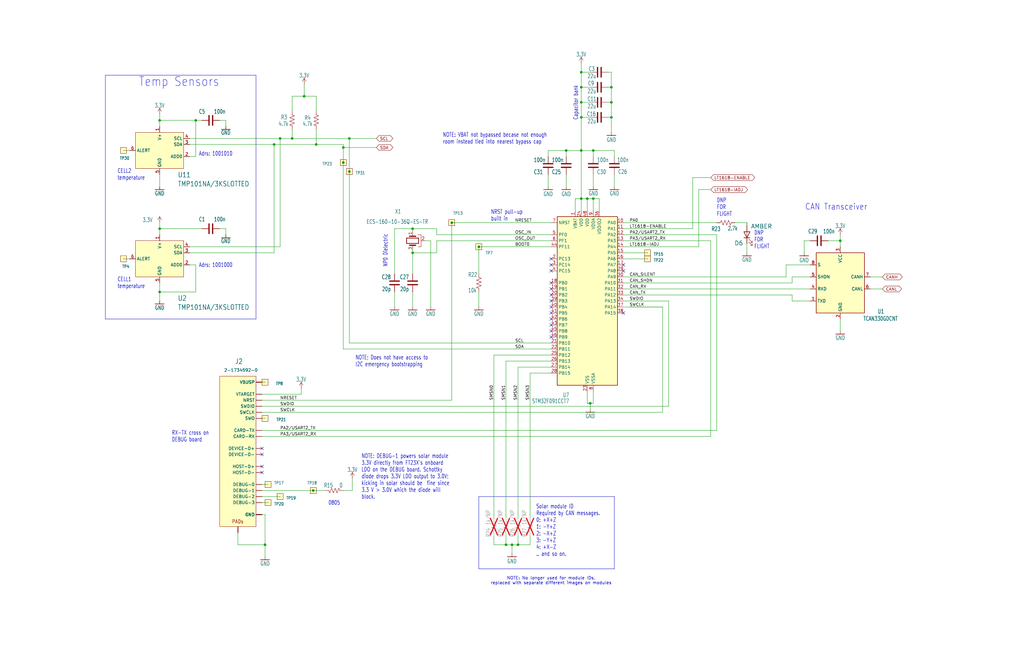
<source format=kicad_sch>
(kicad_sch (version 20231120) (generator "eeschema") (generator_version "8.0")
  (paper "USLedger")
  (title_block (title "OreSat Silicon Solar Module (for Frame 2.0)") (date "2024-08-18") (rev "1.0"))
  (lib_symbols
    (symbol "Device:C" (pin_numbers hide) (pin_names (offset 0.254))
      (property "Reference" "C" (at 0.635 2.54 0))
      (property "Value" "C" (at 0.635 -2.54 0))
      (symbol "C_1_1"
        (pin passive line (at 0 3.81 270) (length 2.794) (name "~") (number "1"))
        (pin passive line (at 0 -3.81 90) (length 2.794) (name "~") (number "2"))
      )
    )
    (symbol "Device:Crystal_GND2" (pin_names (offset 1.016) hide)
      (property "Reference" "Y" (at 0 5.715 0))
      (property "Value" "Crystal_GND2" (at 0 3.81 0))
      (symbol "Crystal_GND2_1_1"
        (pin passive line (at -3.81 0 0) (length 1.27) (name "1") (number "1"))
        (pin passive line (at 0 -5.08 90) (length 1.27) (name "2") (number "2"))
        (pin passive line (at 3.81 0 180) (length 1.27) (name "3") (number "3"))
      )
    )
    (symbol "Device:LED" (pin_numbers hide) (pin_names (offset 1.016) hide)
      (property "Reference" "D" (at 0 2.54 0))
      (property "Value" "LED" (at 0 -2.54 0))
      (symbol "LED_1_1"
        (pin passive line (at -3.81 0 0) (length 2.54) (name "K") (number "1"))
        (pin passive line (at 3.81 0 180) (length 2.54) (name "A") (number "2"))
      )
    )
    (symbol "Device:R_US" (pin_numbers hide) (pin_names (offset 0))
      (property "Reference" "R" (at 2.54 0 90))
      (property "Value" "R_US" (at -2.54 0 90))
      (symbol "R_US_1_1"
        (pin passive line (at 0 3.81 270) (length 1.27) (name "~") (number "1"))
        (pin passive line (at 0 -3.81 90) (length 1.27) (name "~") (number "2"))
      )
    )
    (symbol "MCU_ST_STM32F0:STM32F091CCUx"
      (property "Reference" "U" (at -12.7 36.83 0))
      (property "Value" "STM32F091CCUx" (at 7.62 36.83 0))
      (symbol "STM32F091CCUx_1_1"
        (pin power_in line (at -5.08 38.1 270) (length 2.54) (name "VBAT") (number "1"))
        (pin bidirectional line (at 15.24 33.02 180) (length 2.54) (name "PA0") (number "10"))
        (pin bidirectional line (at 15.24 30.48 180) (length 2.54) (name "PA1") (number "11"))
        (pin bidirectional line (at 15.24 27.94 180) (length 2.54) (name "PA2") (number "12"))
        (pin bidirectional line (at 15.24 25.4 180) (length 2.54) (name "PA3") (number "13"))
        (pin bidirectional line (at 15.24 22.86 180) (length 2.54) (name "PA4") (number "14"))
        (pin bidirectional line (at 15.24 20.32 180) (length 2.54) (name "PA5") (number "15"))
        (pin bidirectional line (at 15.24 17.78 180) (length 2.54) (name "PA6") (number "16"))
        (pin bidirectional line (at 15.24 15.24 180) (length 2.54) (name "PA7") (number "17"))
        (pin bidirectional line (at -15.24 7.62 0) (length 2.54) (name "PB0") (number "18"))
        (pin bidirectional line (at -15.24 5.08 0) (length 2.54) (name "PB1") (number "19"))
        (pin bidirectional line (at -15.24 17.78 0) (length 2.54) (name "PC13") (number "2"))
        (pin bidirectional line (at -15.24 2.54 0) (length 2.54) (name "PB2") (number "20"))
        (pin bidirectional line (at -15.24 -17.78 0) (length 2.54) (name "PB10") (number "21"))
        (pin bidirectional line (at -15.24 -20.32 0) (length 2.54) (name "PB11") (number "22"))
        (pin power_in line (at 0 -38.1 90) (length 2.54) (name "VSS") (number "23"))
        (pin power_in line (at -2.54 38.1 270) (length 2.54) (name "VDD") (number "24"))
        (pin bidirectional line (at -15.24 -22.86 0) (length 2.54) (name "PB12") (number "25"))
        (pin bidirectional line (at -15.24 -25.4 0) (length 2.54) (name "PB13") (number "26"))
        (pin bidirectional line (at -15.24 -27.94 0) (length 2.54) (name "PB14") (number "27"))
        (pin bidirectional line (at -15.24 -30.48 0) (length 2.54) (name "PB15") (number "28"))
        (pin bidirectional line (at 15.24 12.7 180) (length 2.54) (name "PA8") (number "29"))
        (pin bidirectional line (at -15.24 15.24 0) (length 2.54) (name "PC14") (number "3"))
        (pin bidirectional line (at 15.24 10.16 180) (length 2.54) (name "PA9") (number "30"))
        (pin bidirectional line (at 15.24 7.62 180) (length 2.54) (name "PA10") (number "31"))
        (pin bidirectional line (at 15.24 5.08 180) (length 2.54) (name "PA11") (number "32"))
        (pin bidirectional line (at 15.24 2.54 180) (length 2.54) (name "PA12") (number "33"))
        (pin bidirectional line (at 15.24 0 180) (length 2.54) (name "PA13") (number "34"))
        (pin passive line (at 0 -38.1 90) (length 2.54) hide (name "VSS") (number "35"))
        (pin power_in line (at 5.08 38.1 270) (length 2.54) (name "VDDIO2") (number "36"))
        (pin bidirectional line (at 15.24 -2.54 180) (length 2.54) (name "PA14") (number "37"))
        (pin bidirectional line (at 15.24 -5.08 180) (length 2.54) (name "PA15") (number "38"))
        (pin bidirectional line (at -15.24 0 0) (length 2.54) (name "PB3") (number "39"))
        (pin bidirectional line (at -15.24 12.7 0) (length 2.54) (name "PC15") (number "4"))
        (pin bidirectional line (at -15.24 -2.54 0) (length 2.54) (name "PB4") (number "40"))
        (pin bidirectional line (at -15.24 -5.08 0) (length 2.54) (name "PB5") (number "41"))
        (pin bidirectional line (at -15.24 -7.62 0) (length 2.54) (name "PB6") (number "42"))
        (pin bidirectional line (at -15.24 -10.16 0) (length 2.54) (name "PB7") (number "43"))
        (pin bidirectional line (at -15.24 22.86 0) (length 2.54) (name "PF11") (number "44"))
        (pin bidirectional line (at -15.24 -12.7 0) (length 2.54) (name "PB8") (number "45"))
        (pin bidirectional line (at -15.24 -15.24 0) (length 2.54) (name "PB9") (number "46"))
        (pin passive line (at 0 -38.1 90) (length 2.54) hide (name "VSS") (number "47"))
        (pin power_in line (at 0 38.1 270) (length 2.54) (name "VDD") (number "48"))
        (pin passive line (at 0 -38.1 90) (length 2.54) hide (name "VSS") (number "49"))
        (pin bidirectional line (at -15.24 27.94 0) (length 2.54) (name "PF0") (number "5"))
        (pin bidirectional line (at -15.24 25.4 0) (length 2.54) (name "PF1") (number "6"))
        (pin input line (at -15.24 33.02 0) (length 2.54) (name "NRST") (number "7"))
        (pin power_in line (at 2.54 -38.1 90) (length 2.54) (name "VSSA") (number "8"))
        (pin power_in line (at 2.54 38.1 270) (length 2.54) (name "VDDA") (number "9"))
      )
    )
    (symbol "oresat-connectors:J-TE-2-1734592-0"
      (property "Reference" "J" (at 0 35.56 0))
      (property "Value" "2-1734592-0" (at 0 33.02 0))
      (symbol "J-TE-2-1734592-0_1_0"
        (text "PADs" (at -2.54 -31.75 0) (effects (font (size 1.524 1.2954)) (justify left bottom)))
        (pin passive line (at 10.16 27.94 180) (length 2.54) (name "VBUSP") (number "1"))
        (pin passive line (at 10.16 20.32 180) (length 2.54) (name "NRST") (number "10"))
        (pin passive line (at 10.16 22.86 180) (length 2.54) (name "VTARGET") (number "11"))
        (pin passive line (at 10.16 5.08 180) (length 2.54) (name "CARD-RX") (number "12"))
        (pin passive line (at 10.16 7.62 180) (length 2.54) (name "CARD-TX") (number "13"))
        (pin passive line (at 10.16 17.78 180) (length 2.54) (name "SWDIO") (number "14"))
        (pin passive line (at 10.16 15.24 180) (length 2.54) (name "SWCLK") (number "15"))
        (pin passive line (at 10.16 12.7 180) (length 2.54) (name "SWO") (number "16"))
        (pin passive line (at 10.16 -15.24 180) (length 2.54) (name "DEBUG-0") (number "17"))
        (pin passive line (at 10.16 -17.78 180) (length 2.54) (name "DEBUG-1") (number "18"))
        (pin passive line (at 10.16 -20.32 180) (length 2.54) (name "DEBUG-2") (number "19"))
        (pin passive line (at 10.16 27.94 180) (length 2.54) (name "VBUSP") (number "2"))
        (pin passive line (at 10.16 -22.86 180) (length 2.54) (name "DEBUG-3") (number "20"))
        (pin passive line (at 10.16 -27.94 180) (length 2.54) (name "GND") (number "3"))
        (pin passive line (at 10.16 0 180) (length 2.54) (name "DEVICE-D+") (number "4"))
        (pin passive line (at 10.16 -2.54 180) (length 2.54) (name "DEVICE-D-") (number "5"))
        (pin passive line (at 10.16 -27.94 180) (length 2.54) (name "GND") (number "6"))
        (pin passive line (at 10.16 -7.62 180) (length 2.54) (name "HOST-D+") (number "7"))
        (pin passive line (at 10.16 -10.16 180) (length 2.54) (name "HOST-D-") (number "8"))
        (pin passive line (at 10.16 -27.94 180) (length 2.54) (name "GND") (number "9"))
        (pin passive line (at 0 -35.56 90) (length 2.54) (name "PAD") (number "PAD1"))
        (pin passive line (at 0 -35.56 90) (length 2.54) (name "PAD") (number "PAD2"))
      )
    )
    (symbol "oresat-ics:TCAN330"
      (property "Reference" "U11" (at -3.81 -15.24 0))
      (property "Value" "TCAN330" (at -3.81 -17.78 0))
      (symbol "TCAN330_1_0"
        (pin input line (at -12.7 -7.62 0) (length 2.54) (name "TXD") (number "1"))
        (pin power_in line (at 0 -15.24 90) (length 2.54) (name "GND") (number "2"))
        (pin power_in line (at 0 15.24 270) (length 2.54) (name "VCC") (number "3"))
        (pin output line (at -12.7 -2.54 0) (length 2.54) (name "RXD") (number "4"))
        (pin input line (at -12.7 2.54 0) (length 2.54) (name "SHDN") (number "5"))
        (pin bidirectional line (at 12.7 -2.54 180) (length 2.54) (name "CANL") (number "6"))
        (pin bidirectional line (at 12.7 2.54 180) (length 2.54) (name "CANH") (number "7"))
        (pin input line (at -12.7 7.62 0) (length 2.54) (name "S") (number "8"))
      )
    )
    (symbol "oresat-ics:TMP101NA"
      (property "Reference" "U" (at 2.54 -10.16 0))
      (symbol "TMP101NA_1_0"
        (pin power_in line (at 0 10.16 270) (length 2.54) (name "V+") (number "1"))
        (pin input line (at -12.7 -2.54 0) (length 2.54) (name "ADD0") (number "2"))
        (pin open_collector line (at -12.7 2.54 0) (length 2.54) (name "SDA") (number "3"))
        (pin input line (at -12.7 5.08 0) (length 2.54) (name "SCL") (number "4"))
        (pin power_in line (at 0 -10.16 90) (length 2.54) (name "GND") (number "5"))
        (pin output line (at 12.7 0 180) (length 2.54) (name "ALERT") (number "6"))
      )
    )
    (symbol "oresat-misc:Test-Point-0.75mm-th" (exclude_from_sim yes) (in_bom no)
      (property "Reference" "TP" (at 0 2.54 0))
      (symbol "Test-Point-0.75mm-th_1_0"
        (pin passive line (at 0 0 0) (length 0) (name "1") (number "1"))
      )
    )
    (symbol "oresat-power:3.3V" (power) (pin_names (offset 0))
      (property "Value" "3.3V" (at 0 3.556 0))
      (symbol "3.3V_1_1"
        (pin power_in line (at 0 0 90) (length 0) hide (name "3.3V") (number "1"))
      )
    )
    (symbol "oresat-power:GND" (power) (pin_numbers hide) (pin_names (offset 0) hide)
      (property "Value" "GND" (at 0 -2.54 0))
      (symbol "GND_1_1"
        (pin power_in line (at 0 0 270) (length 1.27) (name "GND") (number "1"))
      )
    )
  )
  (junction (at 257.81 43.18))
  (junction (at 144.78 68.58))
  (junction (at 147.32 58.42))
  (junction (at 248.92 170.18))
  (junction (at 147.32 72.39))
  (junction (at 250.19 63.5))
  (junction (at 257.81 49.53))
  (junction (at 354.33 101.6))
  (junction (at 245.11 49.53))
  (junction (at 213.36 229.87))
  (junction (at 118.11 58.42))
  (junction (at 215.9 229.87))
  (junction (at 245.11 36.83))
  (junction (at 245.11 63.5))
  (junction (at 173.99 96.52))
  (junction (at 247.65 83.82))
  (junction (at 111.76 229.87))
  (junction (at 173.99 106.68))
  (junction (at 245.11 83.82))
  (junction (at 201.93 104.14))
  (junction (at 128.27 40.64))
  (junction (at 123.19 58.42))
  (junction (at 144.78 62.23))
  (junction (at 250.19 83.82))
  (junction (at 245.11 43.18))
  (junction (at 67.31 50.8))
  (junction (at 132.08 207.01))
  (junction (at 67.31 123.19))
  (junction (at 67.31 96.52))
  (junction (at 190.5 93.98))
  (junction (at 115.57 60.96))
  (junction (at 82.55 50.8))
  (junction (at 133.35 60.96))
  (junction (at 238.76 63.5))
  (junction (at 218.44 229.87))
  (junction (at 245.11 30.48))
  (junction (at 257.81 36.83))
  (no_connect (at 110.49 199.39))
  (no_connect (at 262.89 111.76))
  (no_connect (at 232.41 139.7))
  (no_connect (at 232.41 124.46))
  (no_connect (at 262.89 114.3))
  (no_connect (at 110.49 189.23))
  (no_connect (at 232.41 129.54))
  (no_connect (at 232.41 127))
  (no_connect (at 232.41 109.22))
  (no_connect (at 110.49 191.77))
  (no_connect (at 232.41 134.62))
  (no_connect (at 232.41 137.16))
  (no_connect (at 232.41 111.76))
  (no_connect (at 232.41 132.08))
  (no_connect (at 262.89 132.08))
  (no_connect (at 232.41 119.38))
  (no_connect (at 110.49 196.85))
  (no_connect (at 232.41 121.92))
  (no_connect (at 232.41 114.3))
  (no_connect (at 232.41 142.24))
  (wire (pts (xy 144.78 68.58) (xy 144.78 62.23)) (stroke (width 0.1524)))
  (wire (pts (xy 256.54 49.53) (xy 257.81 49.53)) (stroke (width 0.1524)))
  (wire (pts (xy 334.01 124.46) (xy 334.01 127)) (stroke (width 0.1524)))
  (wire (pts (xy 354.33 101.6) (xy 349.25 101.6)) (stroke (width 0.1524)))
  (wire (pts (xy 166.37 115.57) (xy 166.37 96.52)) (stroke (width 0.1524)))
  (wire (pts (xy 190.5 168.91) (xy 110.49 168.91)) (stroke (width 0.1524)))
  (wire (pts (xy 314.96 93.98) (xy 314.96 95.25)) (stroke (width 0.1524)))
  (wire (pts (xy 245.11 26.67) (xy 245.11 30.48)) (stroke (width 0.1524)))
  (wire (pts (xy 339.09 104.14) (xy 339.09 106.68)))
  (wire (pts (xy 201.93 123.19) (xy 201.93 124.46)))
  (wire (pts (xy 367.03 121.92) (xy 372.11 121.92)) (stroke (width 0.1524)))
  (wire (pts (xy 218.44 154.94) (xy 232.41 154.94)) (stroke (width 0.1524)))
  (wire (pts (xy 245.11 63.5) (xy 250.19 63.5)) (stroke (width 0.1524)))
  (wire (pts (xy 67.31 76.2) (xy 67.31 78.74)))
  (wire (pts (xy 314.96 105.41) (xy 314.96 106.68)))
  (wire (pts (xy 133.35 60.96) (xy 144.78 60.96)) (stroke (width 0.1524)))
  (wire (pts (xy 123.19 54.61) (xy 123.19 55.88)))
  (wire (pts (xy 166.37 127) (xy 166.37 129.54)))
  (wire (pts (xy 144.78 147.32) (xy 232.41 147.32)) (stroke (width 0.1524)))
  (wire (pts (xy 259.08 76.2) (xy 259.08 78.74)))
  (wire (pts (xy 184.15 99.06) (xy 232.41 99.06)) (stroke (width 0.1524)))
  (wire (pts (xy 111.76 232.41) (xy 111.76 234.95)))
  (wire (pts (xy 92.71 50.8) (xy 95.25 50.8)) (stroke (width 0.1524)))
  (wire (pts (xy 245.11 83.82) (xy 245.11 88.9)))
  (wire (pts (xy 95.25 96.52) (xy 95.25 99.06)) (stroke (width 0.1524)))
  (wire (pts (xy 265.43 129.54) (xy 279.4 129.54)) (stroke (width 0.1524)))
  (wire (pts (xy 92.71 96.52) (xy 95.25 96.52)) (stroke (width 0.1524)))
  (wire (pts (xy 231.14 73.66) (xy 231.14 76.2)) (stroke (width 0.1524)))
  (wire (pts (xy 262.89 116.84) (xy 331.47 116.84)) (stroke (width 0.1524)))
  (wire (pts (xy 173.99 96.52) (xy 184.15 96.52)) (stroke (width 0.1524)))
  (wire (pts (xy 110.49 166.37) (xy 127 166.37)) (stroke (width 0.1524)))
  (wire (pts (xy 111.76 229.87) (xy 111.76 232.41)) (stroke (width 0.1524)))
  (wire (pts (xy 354.33 104.14) (xy 354.33 101.6)) (stroke (width 0.1524)))
  (wire (pts (xy 123.19 55.88) (xy 123.19 58.42)) (stroke (width 0.1524)))
  (wire (pts (xy 292.1 74.93) (xy 299.72 74.93)) (stroke (width 0.1524)))
  (wire (pts (xy 144.78 62.23) (xy 144.78 60.96)) (stroke (width 0.1524)))
  (wire (pts (xy 100.33 229.87) (xy 111.76 229.87)) (stroke (width 0.1524)))
  (wire (pts (xy 208.28 217.17) (xy 208.28 218.44)))
  (wire (pts (xy 257.81 53.34) (xy 257.81 49.53)) (stroke (width 0.1524)))
  (wire (pts (xy 118.11 58.42) (xy 80.01 58.42)) (stroke (width 0.1524)))
  (wire (pts (xy 184.15 101.6) (xy 232.41 101.6)) (stroke (width 0.1524)))
  (wire (pts (xy 110.49 204.47) (xy 113.03 204.47)) (stroke (width 0.1524)))
  (wire (pts (xy 231.14 63.5) (xy 238.76 63.5)) (stroke (width 0.1524)))
  (wire (pts (xy 248.92 36.83) (xy 245.11 36.83)) (stroke (width 0.1524)))
  (wire (pts (xy 294.64 80.01) (xy 299.72 80.01)) (stroke (width 0.1524)))
  (wire (pts (xy 118.11 104.14) (xy 80.01 104.14)) (stroke (width 0.1524)))
  (wire (pts (xy 95.25 50.8) (xy 95.25 53.34)))
  (wire (pts (xy 262.89 99.06) (xy 302.26 99.06)) (stroke (width 0.1524)))
  (wire (pts (xy 238.76 76.2) (xy 238.76 78.74)))
  (wire (pts (xy 113.03 212.09) (xy 110.49 212.09)) (stroke (width 0.1524)))
  (wire (pts (xy 100.33 224.79) (xy 100.33 229.87)) (stroke (width 0.1524)))
  (wire (pts (xy 334.01 127) (xy 341.63 127)) (stroke (width 0.1524)))
  (wire (pts (xy 52.07 109.22) (xy 54.61 109.22)) (stroke (width 0.1524)))
  (wire (pts (xy 247.65 170.18) (xy 248.92 170.18)) (stroke (width 0.1524)))
  (wire (pts (xy 181.61 101.6) (xy 179.07 101.6)) (stroke (width 0.1524)))
  (wire (pts (xy 110.49 217.17) (xy 111.76 217.17)) (stroke (width 0.1524)))
  (wire (pts (xy 339.09 101.6) (xy 339.09 104.14)) (stroke (width 0.1524)))
  (wire (pts (xy 213.36 229.87) (xy 215.9 229.87)) (stroke (width 0.1524)))
  (wire (pts (xy 67.31 50.8) (xy 82.55 50.8)) (stroke (width 0.1524)))
  (wire (pts (xy 245.11 83.82) (xy 247.65 83.82)))
  (wire (pts (xy 247.65 165.1) (xy 247.65 170.18)) (stroke (width 0.1524)))
  (wire (pts (xy 250.19 73.66) (xy 250.19 76.2)) (stroke (width 0.1524)))
  (wire (pts (xy 190.5 93.98) (xy 190.5 168.91)))
  (wire (pts (xy 341.63 101.6) (xy 339.09 101.6)) (stroke (width 0.1524)))
  (wire (pts (xy 173.99 127) (xy 173.99 123.19)) (stroke (width 0.1524)))
  (wire (pts (xy 302.26 181.61) (xy 110.49 181.61)) (stroke (width 0.1524)))
  (wire (pts (xy 262.89 101.6) (xy 299.72 101.6)) (stroke (width 0.1524)))
  (wire (pts (xy 173.99 127) (xy 173.99 129.54)))
  (wire (pts (xy 257.81 30.48) (xy 256.54 30.48)) (stroke (width 0.1524)))
  (wire (pts (xy 231.14 66.04) (xy 231.14 63.5)) (stroke (width 0.1524)))
  (wire (pts (xy 118.11 58.42) (xy 123.19 58.42)) (stroke (width 0.1524)))
  (wire (pts (xy 299.72 184.15) (xy 110.49 184.15)) (stroke (width 0.1524)))
  (wire (pts (xy 82.55 111.76) (xy 82.55 123.19)) (stroke (width 0.1524)))
  (wire (pts (xy 314.96 102.87) (xy 314.96 105.41)) (stroke (width 0.1524)))
  (wire (pts (xy 123.19 40.64) (xy 123.19 46.99)) (stroke (width 0.1524)))
  (wire (pts (xy 279.4 173.99) (xy 110.49 173.99)) (stroke (width 0.1524)))
  (wire (pts (xy 147.32 58.42) (xy 158.75 58.42)) (stroke (width 0.1524)))
  (wire (pts (xy 128.27 40.64) (xy 123.19 40.64)) (stroke (width 0.1524)))
  (wire (pts (xy 262.89 106.68) (xy 273.05 106.68)) (stroke (width 0.1524)))
  (wire (pts (xy 52.07 63.5) (xy 54.61 63.5)) (stroke (width 0.1524)))
  (wire (pts (xy 354.33 137.16) (xy 354.33 134.62)) (stroke (width 0.1524)))
  (wire (pts (xy 354.33 101.6) (xy 354.33 99.06)) (stroke (width 0.1524)))
  (wire (pts (xy 257.81 36.83) (xy 257.81 30.48)) (stroke (width 0.1524)))
  (wire (pts (xy 223.52 157.48) (xy 223.52 217.17)) (stroke (width 0.1524)))
  (wire (pts (xy 123.19 58.42) (xy 147.32 58.42)) (stroke (width 0.1524)))
  (wire (pts (xy 82.55 66.04) (xy 82.55 50.8)) (stroke (width 0.1524)))
  (wire (pts (xy 279.4 173.99) (xy 279.4 129.54)) (stroke (width 0.1524)))
  (wire (pts (xy 262.89 124.46) (xy 334.01 124.46)) (stroke (width 0.1524)))
  (wire (pts (xy 67.31 124.46) (xy 67.31 123.19)) (stroke (width 0.1524)))
  (wire (pts (xy 334.01 116.84) (xy 334.01 119.38)) (stroke (width 0.1524)))
  (wire (pts (xy 331.47 111.76) (xy 331.47 116.84)) (stroke (width 0.1524)))
  (wire (pts (xy 250.19 83.82) (xy 250.19 86.36)) (stroke (width 0.1524)))
  (wire (pts (xy 67.31 96.52) (xy 67.31 99.06)) (stroke (width 0.1524)))
  (wire (pts (xy 82.55 123.19) (xy 67.31 123.19)) (stroke (width 0.1524)))
  (wire (pts (xy 173.99 106.68) (xy 184.15 106.68)) (stroke (width 0.1524)))
  (wire (pts (xy 250.19 86.36) (xy 250.19 88.9)))
  (wire (pts (xy 215.9 229.87) (xy 215.9 231.14)) (stroke (width 0.1524)))
  (wire (pts (xy 144.78 207.01) (xy 148.59 207.01)) (stroke (width 0.1524)))
  (wire (pts (xy 262.89 109.22) (xy 273.05 109.22)) (stroke (width 0.1524)))
  (wire (pts (xy 115.57 106.68) (xy 80.01 106.68)) (stroke (width 0.1524)))
  (wire (pts (xy 259.08 76.2) (xy 259.08 73.66)) (stroke (width 0.1524)))
  (wire (pts (xy 111.76 217.17) (xy 111.76 229.87)) (stroke (width 0.1524)))
  (wire (pts (xy 201.93 104.14) (xy 232.41 104.14)) (stroke (width 0.1524)))
  (wire (pts (xy 248.92 49.53) (xy 245.11 49.53)) (stroke (width 0.1524)))
  (wire (pts (xy 144.78 147.32) (xy 144.78 68.58)) (stroke (width 0.1524)))
  (polyline (pts (xy 201.93 240.03) (xy 259.08 240.03)) (stroke (width 0.1524) (type solid)))
  (wire (pts (xy 158.75 62.23) (xy 144.78 62.23)) (stroke (width 0.1524)))
  (wire (pts (xy 314.96 95.25) (xy 314.96 93.98)))
  (wire (pts (xy 173.99 96.52) (xy 173.99 97.79)) (stroke (width 0.1524)))
  (wire (pts (xy 147.32 144.78) (xy 147.32 72.39)) (stroke (width 0.1524)))
  (wire (pts (xy 250.19 76.2) (xy 250.19 78.74)))
  (wire (pts (xy 294.64 80.01) (xy 294.64 104.14)) (stroke (width 0.1524)))
  (wire (pts (xy 201.93 127) (xy 201.93 129.54)))
  (wire (pts (xy 181.61 127) (xy 181.61 101.6)) (stroke (width 0.1524)))
  (wire (pts (xy 133.35 40.64) (xy 133.35 46.99)) (stroke (width 0.1524)))
  (wire (pts (xy 80.01 111.76) (xy 82.55 111.76)) (stroke (width 0.1524)))
  (wire (pts (xy 147.32 144.78) (xy 232.41 144.78)) (stroke (width 0.1524)))
  (wire (pts (xy 223.52 217.17) (xy 223.52 218.44)))
  (wire (pts (xy 238.76 66.04) (xy 238.76 63.5)) (stroke (width 0.1524)))
  (wire (pts (xy 309.88 93.98) (xy 311.15 93.98)))
  (wire (pts (xy 80.01 66.04) (xy 82.55 66.04)) (stroke (width 0.1524)))
  (wire (pts (xy 245.11 43.18) (xy 245.11 36.83)) (stroke (width 0.1524)))
  (wire (pts (xy 173.99 106.68) (xy 173.99 115.57)) (stroke (width 0.1524)))
  (wire (pts (xy 259.08 63.5) (xy 259.08 66.04)) (stroke (width 0.1524)))
  (wire (pts (xy 245.11 63.5) (xy 245.11 83.82)))
  (wire (pts (xy 181.61 127) (xy 181.61 129.54)))
  (wire (pts (xy 245.11 49.53) (xy 245.11 43.18)) (stroke (width 0.1524)))
  (wire (pts (xy 250.19 63.5) (xy 259.08 63.5)) (stroke (width 0.1524)))
  (wire (pts (xy 201.93 124.46) (xy 201.93 127)) (stroke (width 0.1524)))
  (wire (pts (xy 213.36 152.4) (xy 232.41 152.4)) (stroke (width 0.1524)))
  (wire (pts (xy 67.31 123.19) (xy 67.31 119.38)) (stroke (width 0.1524)))
  (wire (pts (xy 331.47 111.76) (xy 341.63 111.76)) (stroke (width 0.1524)))
  (wire (pts (xy 238.76 63.5) (xy 245.11 63.5)) (stroke (width 0.1524)))
  (wire (pts (xy 201.93 115.57) (xy 201.93 104.14)) (stroke (width 0.1524)))
  (wire (pts (xy 262.89 121.92) (xy 341.63 121.92)))
  (wire (pts (xy 262.89 119.38) (xy 334.01 119.38)) (stroke (width 0.1524)))
  (wire (pts (xy 111.76 176.53) (xy 110.49 176.53)) (stroke (width 0.1524)))
  (wire (pts (xy 231.14 76.2) (xy 231.14 78.74)))
  (wire (pts (xy 367.03 116.84) (xy 372.11 116.84)) (stroke (width 0.1524)))
  (wire (pts (xy 213.36 229.87) (xy 208.28 229.87)) (stroke (width 0.1524)))
  (wire (pts (xy 184.15 101.6) (xy 184.15 106.68)) (stroke (width 0.1524)))
  (wire (pts (xy 133.35 55.88) (xy 133.35 60.96)) (stroke (width 0.1524)))
  (wire (pts (xy 67.31 96.52) (xy 85.09 96.52)) (stroke (width 0.1524)))
  (wire (pts (xy 262.89 127) (xy 281.94 127)) (stroke (width 0.1524)))
  (wire (pts (xy 242.57 83.82) (xy 245.11 83.82)))
  (wire (pts (xy 262.89 129.54) (xy 279.4 129.54)))
  (wire (pts (xy 245.11 49.53) (xy 245.11 63.5)) (stroke (width 0.1524)))
  (wire (pts (xy 166.37 96.52) (xy 173.99 96.52)) (stroke (width 0.1524)))
  (wire (pts (xy 67.31 48.26) (xy 67.31 50.8)) (stroke (width 0.1524)))
  (polyline (pts (xy 107.95 31.75) (xy 44.45 31.75)) (stroke (width 0.1524) (type solid)))
  (wire (pts (xy 245.11 36.83) (xy 245.11 30.48)) (stroke (width 0.1524)))
  (wire (pts (xy 248.92 170.18) (xy 250.19 170.18)) (stroke (width 0.1524)))
  (wire (pts (xy 133.35 40.64) (xy 128.27 40.64)) (stroke (width 0.1524)))
  (wire (pts (xy 311.15 93.98) (xy 314.96 93.98)) (stroke (width 0.1524)))
  (wire (pts (xy 250.19 66.04) (xy 250.19 63.5)) (stroke (width 0.1524)))
  (wire (pts (xy 132.08 207.01) (xy 137.16 207.01)) (stroke (width 0.1524)))
  (wire (pts (xy 248.92 43.18) (xy 245.11 43.18)) (stroke (width 0.1524)))
  (wire (pts (xy 218.44 226.06) (xy 218.44 229.87)) (stroke (width 0.1524)))
  (wire (pts (xy 166.37 127) (xy 166.37 123.19)) (stroke (width 0.1524)))
  (wire (pts (xy 110.49 209.55) (xy 118.11 209.55)) (stroke (width 0.1524)))
  (wire (pts (xy 208.28 149.86) (xy 232.41 149.86)) (stroke (width 0.1524)))
  (polyline (pts (xy 259.08 209.55) (xy 201.93 209.55)) (stroke (width 0.1524) (type solid)))
  (wire (pts (xy 281.94 171.45) (xy 281.94 127)) (stroke (width 0.1524)))
  (wire (pts (xy 302.26 99.06) (xy 302.26 181.61)) (stroke (width 0.1524)))
  (wire (pts (xy 292.1 96.52) (xy 292.1 74.93)) (stroke (width 0.1524)))
  (polyline (pts (xy 107.95 31.75) (xy 107.95 134.62)) (stroke (width 0.1524) (type solid)))
  (wire (pts (xy 257.81 53.34) (xy 257.81 55.88)))
  (wire (pts (xy 213.36 152.4) (xy 213.36 217.17)) (stroke (width 0.1524)))
  (wire (pts (xy 208.28 226.06) (xy 208.28 229.87)) (stroke (width 0.1524)))
  (wire (pts (xy 334.01 116.84) (xy 341.63 116.84)) (stroke (width 0.1524)))
  (wire (pts (xy 67.31 76.2) (xy 67.31 73.66)) (stroke (width 0.1524)))
  (wire (pts (xy 148.59 207.01) (xy 148.59 201.93)) (stroke (width 0.1524)))
  (polyline (pts (xy 201.93 209.55) (xy 201.93 240.03)) (stroke (width 0.1524) (type solid)))
  (wire (pts (xy 132.08 207.01) (xy 110.49 207.01)) (stroke (width 0.1524)))
  (wire (pts (xy 127 166.37) (xy 127 163.83)) (stroke (width 0.1524)))
  (wire (pts (xy 184.15 99.06) (xy 184.15 96.52)) (stroke (width 0.1524)))
  (wire (pts (xy 67.31 50.8) (xy 67.31 53.34)) (stroke (width 0.1524)))
  (wire (pts (xy 223.52 229.87) (xy 218.44 229.87)) (stroke (width 0.1524)))
  (wire (pts (xy 67.31 93.98) (xy 67.31 96.52)) (stroke (width 0.1524)))
  (wire (pts (xy 262.89 104.14) (xy 294.64 104.14)) (stroke (width 0.1524)))
  (wire (pts (xy 147.32 72.39) (xy 147.32 58.42)) (stroke (width 0.1524)))
  (polyline (pts (xy 107.95 134.62) (xy 44.45 134.62)) (stroke (width 0.1524) (type solid)))
  (wire (pts (xy 115.57 106.68) (xy 115.57 60.96)) (stroke (width 0.1524)))
  (wire (pts (xy 118.11 104.14) (xy 118.11 58.42)) (stroke (width 0.1524)))
  (wire (pts (xy 250.19 83.82) (xy 247.65 83.82)) (stroke (width 0.1524)))
  (wire (pts (xy 133.35 54.61) (xy 133.35 55.88)))
  (wire (pts (xy 190.5 93.98) (xy 232.41 93.98)) (stroke (width 0.1524)))
  (wire (pts (xy 223.52 226.06) (xy 223.52 229.87)) (stroke (width 0.1524)))
  (wire (pts (xy 208.28 149.86) (xy 208.28 217.17)) (stroke (width 0.1524)))
  (wire (pts (xy 115.57 60.96) (xy 80.01 60.96)) (stroke (width 0.1524)))
  (wire (pts (xy 173.99 105.41) (xy 173.99 106.68)))
  (wire (pts (xy 85.09 50.8) (xy 82.55 50.8)) (stroke (width 0.1524)))
  (wire (pts (xy 213.36 226.06) (xy 213.36 229.87)) (stroke (width 0.1524)))
  (wire (pts (xy 247.65 83.82) (xy 247.65 88.9)))
  (wire (pts (xy 215.9 229.87) (xy 218.44 229.87)) (stroke (width 0.1524)))
  (wire (pts (xy 242.57 83.82) (xy 242.57 88.9)))
  (wire (pts (xy 248.92 30.48) (xy 245.11 30.48)) (stroke (width 0.1524)))
  (wire (pts (xy 354.33 137.16) (xy 354.33 139.7)))
  (wire (pts (xy 115.57 60.96) (xy 133.35 60.96)) (stroke (width 0.1524)))
  (wire (pts (xy 250.19 165.1) (xy 250.19 170.18)) (stroke (width 0.1524)))
  (wire (pts (xy 257.81 49.53) (xy 257.81 43.18)) (stroke (width 0.1524)))
  (wire (pts (xy 257.81 43.18) (xy 257.81 36.83)) (stroke (width 0.1524)))
  (wire (pts (xy 67.31 124.46) (xy 67.31 127)))
  (wire (pts (xy 252.73 83.82) (xy 252.73 88.9)))
  (wire (pts (xy 248.92 170.18) (xy 248.92 172.72)))
  (wire (pts (xy 213.36 217.17) (xy 213.36 218.44)))
  (wire (pts (xy 256.54 36.83) (xy 257.81 36.83)) (stroke (width 0.1524)))
  (wire (pts (xy 262.89 96.52) (xy 292.1 96.52)) (stroke (width 0.1524)))
  (polyline (pts (xy 44.45 31.75) (xy 44.45 134.62)) (stroke (width 0.1524) (type solid)))
  (wire (pts (xy 215.9 231.14) (xy 215.9 233.68)))
  (wire (pts (xy 299.72 101.6) (xy 299.72 184.15)) (stroke (width 0.1524)))
  (wire (pts (xy 223.52 157.48) (xy 232.41 157.48)) (stroke (width 0.1524)))
  (wire (pts (xy 110.49 161.29) (xy 111.76 161.29)) (stroke (width 0.1524)))
  (wire (pts (xy 218.44 154.94) (xy 218.44 218.44)) (stroke (width 0.1524)))
  (wire (pts (xy 262.89 93.98) (xy 302.26 93.98)) (stroke (width 0.1524)))
  (polyline (pts (xy 259.08 240.03) (xy 259.08 209.55)) (stroke (width 0.1524) (type solid)))
  (wire (pts (xy 256.54 43.18) (xy 257.81 43.18)) (stroke (width 0.1524)))
  (wire (pts (xy 128.27 35.56) (xy 128.27 40.64)) (stroke (width 0.1524)))
  (wire (pts (xy 248.92 170.18) (xy 247.65 170.18)))
  (wire (pts (xy 250.19 83.82) (xy 252.73 83.82)))
  (wire (pts (xy 238.76 76.2) (xy 238.76 73.66)) (stroke (width 0.1524)))
  (wire (pts (xy 110.49 171.45) (xy 281.94 171.45)) (stroke (width 0.1524)))
  (text "Capacitor bank" (at 243.84 50.8 90) (effects (font (size 1.778 1.27)) (justify left bottom)))
  (text "Temp Sensors" (at 58.42 36.83 0) (effects (font (size 3.81 3.2385)) (justify left bottom)))
  (text "NOTE: VBAT not bypassed becase not enough\nroom instead tied into nearest bypass cap" (at 186.69 60.96 0) (effects (font (size 1.778 1.27)) (justify left bottom)))
  (text "DNP\nFOR\nFLIGHT" (at 318.008 105.156 0) (effects (font (size 1.778 1.27)) (justify left bottom)))
  (text "NRST pull-up\nbuilt in" (at 207.01 93.472 0) (effects (font (size 1.778 1.27)) (justify left bottom)))
  (text "DNP\nFOR\nFLIGHT" (at 302.26 91.44 0) (effects (font (size 1.778 1.27)) (justify left bottom)))
  (text "NOTE: No longer used for module IDs,\nreplaced with separate different images on modules" (at 232.41 245.11 0) (effects (font (size 1.27 1.27))))
  (text "CAN Transceiver" (at 365.76 88.9 0) (effects (font (size 2.54 2.159)) (justify right bottom)))
  (text "NP0 Dielectric" (at 163.576 112.776 90) (effects (font (size 1.778 1.27)) (justify left bottom)))
  (text "NOTE: DEBUG-1 powers solar module\n3.3V directly from FT23X's onboard\nLDO on the DEBUG board. Schottky\ndiode drops 3.3V LDO output to 3.0V;\nkicking in solar should be  fine since\n3.3 V > 3.0V which the diode will\nblock." (at 152.4 210.82 0) (effects (font (size 1.778 1.27)) (justify left bottom)))
  (text "Adrs: 1001010" (at 83.82 66.04 0) (effects (font (size 1.778 1.27)) (justify left bottom)))
  (text "Adrs: 1001000" (at 83.82 113.03 0) (effects (font (size 1.778 1.27)) (justify left bottom)))
  (text "Solar module ID\nRequired by CAN messages.\n0: +X+Z\n1: -Y+Z\n2: -X+Z\n3: -Y+Z\n4: +X-Z\n.. and so on." (at 226.06 234.95 0) (effects (font (size 1.778 1.27)) (justify left bottom)))
  (text "CELL2\ntemperature" (at 49.53 76.2 0) (effects (font (size 1.778 1.27)) (justify left bottom)))
  (text "RX-TX cross on\nDEBUG board" (at 72.39 186.69 0) (effects (font (size 1.778 1.27)) (justify left bottom)))
  (text "NOTE: Does not have access to\nI2C emergency bootstrapping" (at 149.86 154.94 0) (effects (font (size 1.778 1.27)) (justify left bottom)))
  (text "CELL1\ntemperature" (at 49.53 121.92 0) (effects (font (size 1.778 1.27)) (justify left bottom)))
  (text "0805" (at 138.43 213.36 0) (effects (font (size 1.778 1.27)) (justify left bottom)))
  (label "SMSN1" (at 213.36 168.91 90) (effects (font (size 1.2446 1.2446))))
  (label "CAN_TX" (at 265.43 124.46 0) (effects (font (size 1.2446 1.2446))))
  (label "SWCLK" (at 265.43 129.54 0) (effects (font (size 1.2446 1.2446))))
  (label "SWDIO" (at 118.11 171.45 0) (effects (font (size 1.2446 1.2446))))
  (label "NRESET" (at 118.11 168.91 0) (effects (font (size 1.2446 1.2446))))
  (label "LT1618-IADJ" (at 265.43 104.14 0))
  (label "SMSN0" (at 208.28 168.91 90) (effects (font (size 1.2446 1.2446))))
  (label "LT1618-ENABLE" (at 265.43 96.52 0))
  (label "SMSN2" (at 218.44 168.91 90) (effects (font (size 1.2446 1.2446))))
  (label "BOOT0" (at 217.17 104.14 0) (effects (font (size 1.2446 1.2446))))
  (label "OSC_OUT" (at 217.17 101.6 0))
  (label "PA2/USART2_TX" (at 265.43 99.06 0) (effects (font (size 1.2446 1.2446))))
  (label "SDA" (at 217.17 147.32 0))
  (label "OSC_IN" (at 217.17 99.06 0))
  (label "CAN_SILENT" (at 265.43 116.84 0) (effects (font (size 1.2446 1.2446))))
  (label "NRESET" (at 217.17 93.98 0) (effects (font (size 1.2446 1.2446))))
  (label "PA3/USART2_RX" (at 118.11 184.15 0) (effects (font (size 1.2446 1.2446))))
  (label "CAN_RX" (at 265.43 121.92 0) (effects (font (size 1.2446 1.2446))))
  (label "PA0" (at 265.43 93.98 0) (effects (font (size 1.2446 1.2446))))
  (label "SWDIO" (at 265.43 127 0) (effects (font (size 1.2446 1.2446))))
  (label "CAN_SHDN" (at 265.43 119.38 0) (effects (font (size 1.2446 1.2446))))
  (label "SMSN3" (at 223.52 168.91 90) (effects (font (size 1.2446 1.2446))))
  (label "PA3/USART2_RX" (at 265.43 101.6 0) (effects (font (size 1.2446 1.2446))))
  (label "PA2/USART2_TX" (at 118.11 181.61 0) (effects (font (size 1.2446 1.2446))))
  (label "SWCLK" (at 118.11 173.99 0) (effects (font (size 1.2446 1.2446))))
  (label "SCL" (at 217.17 144.78 0))
  (global_label "SDA" (shape bidirectional) (at 158.75 62.23 0) (effects (font (size 1.2446 1.2446))) (property "Intersheetrefs" "${INTERSHEET_REFS}" (effects (hide yes))))
  (global_label "CANL" (shape bidirectional) (at 372.11 121.92 0) (effects (font (size 1.2446 1.2446))) (property "Intersheetrefs" "${INTERSHEET_REFS}" (effects (hide yes))))
  (global_label "LT1618-IADJ" (shape bidirectional) (at 299.72 80.01 0) (effects (font (size 1.2446 1.2446))) (property "Intersheetrefs" "${INTERSHEET_REFS}" (effects (hide yes))))
  (global_label "LT1618-ENABLE" (shape bidirectional) (at 299.72 74.93 0) (effects (font (size 1.2446 1.2446))) (property "Intersheetrefs" "${INTERSHEET_REFS}" (effects (hide yes))))
  (global_label "SCL" (shape bidirectional) (at 158.75 58.42 0) (effects (font (size 1.2446 1.2446))) (property "Intersheetrefs" "${INTERSHEET_REFS}" (effects (hide yes))))
  (global_label "CANH" (shape bidirectional) (at 372.11 116.84 0) (effects (font (size 1.2446 1.2446))) (property "Intersheetrefs" "${INTERSHEET_REFS}" (effects (hide yes))))
  (symbol (lib_id "oresat-misc:Test-Point-0.75mm-th") (at 273.05 109.22 0) (mirror x) (unit 1) (exclude_from_sim yes) (in_bom no)
    (property "Reference" "TP22" (at 275.59 110.49 0) (effects (font (size 1.27 1.0795)) (justify left top)))
    (property "Value" "TEST-POINT-LARGE-SQUARE" (effects (hide yes)))
    (property "Footprint" "oresat-misc:TestPoint-0.75mm-th" (effects (hide yes)))
    (property "Description" "0.75 mm TH test point; good for scope probes and jumpers" (effects (hide yes)))
  )
  (symbol (lib_id "oresat-power:GND") (at 215.9 233.68 0) (mirror y) (unit 1)
    (property "Reference" "#GND021" (effects (hide yes)))
    (property "Value" "GND" (at 217.932 237.744 0) (effects (font (size 1.778 1.27)) (justify left bottom)))
    (property "Description" "Power symbol creates a global label with name \"GND\" , ground" (effects (hide yes)))
  )
  (symbol (lib_id "oresat-misc:Test-Point-0.75mm-th") (at 201.93 104.14 0) (mirror y) (unit 1) (exclude_from_sim yes) (in_bom no)
    (property "Reference" "TP7" (at 204.724 107.442 0) (effects (font (size 1.27 1.0795)) (justify right bottom)))
    (property "Value" "TEST-POINT-LARGE-SQUARE" (effects (hide yes)))
    (property "Footprint" "oresat-misc:TestPoint-0.75mm-th" (effects (hide yes)))
    (property "Description" "0.75 mm TH test point; good for scope probes and jumpers" (effects (hide yes)))
  )
  (symbol (lib_id "oresat-misc:Test-Point-0.75mm-th") (at 111.76 176.53 180) (unit 1) (exclude_from_sim yes) (in_bom no)
    (property "Reference" "TP21" (at 120.65 177.8 0) (effects (font (size 1.27 1.0795)) (justify left top)))
    (property "Value" "TEST-POINT-LARGE-SQUARE" (effects (hide yes)))
    (property "Footprint" "oresat-misc:TestPoint-0.75mm-th" (effects (hide yes)))
    (property "Description" "0.75 mm TH test point; good for scope probes and jumpers" (effects (hide yes)))
  )
  (symbol (lib_id "Device:R_US") (at 133.35 50.8 180) (unit 1)
    (property "Reference" "R4" (at 131.064 48.768 0) (effects (font (size 1.778 1.27)) (justify left bottom)))
    (property "Value" "4.7k" (at 131.826 51.308 0) (effects (font (size 1.778 1.27)) (justify left bottom)))
    (property "Footprint" "oresat-passives:0603-C-NOSILK" (effects (hide yes)))
    (property "Description" "Resistor, US symbol" (effects (hide yes)))
    (property "DIS" "Digi-Key" (effects (hide yes)))
    (property "DPN" "13-RE0603FRE074K7LCT-ND" (effects (hide yes)))
    (property "MFR" "Yageo" (effects (hide yes)))
    (property "MPN" "RE0603FRE074K7L" (effects (hide yes)))
  )
  (symbol (lib_id "oresat-power:GND") (at 201.93 129.54 0) (mirror y) (unit 1)
    (property "Reference" "#GND06" (effects (hide yes)))
    (property "Value" "GND" (at 203.962 133.35 0) (effects (font (size 1.778 1.27)) (justify left bottom)))
    (property "Description" "Power symbol creates a global label with name \"GND\" , ground" (effects (hide yes)))
  )
  (symbol (lib_id "Device:R_US") (at 140.97 207.01 90) (mirror x) (unit 1)
    (property "Reference" "R15" (at 140.462 205.74 90) (effects (font (size 1.778 1.27)) (justify left bottom)))
    (property "Value" "0" (at 144.526 205.74 90) (effects (font (size 1.778 1.27)) (justify left bottom)))
    (property "Footprint" "oresat-passives:0805-C-NOSILK" (effects (hide yes)))
    (property "Description" "Resistor, US symbol" (effects (hide yes)))
    (property "DIS" "Digi-Key" (effects (hide yes)))
    (property "DPN" "RMCF0805ZT0R00CT-ND" (effects (hide yes)))
    (property "MFR" "Stackpole" (effects (hide yes)))
    (property "MPN" "RMCF0805ZT0R00" (effects (hide yes)))
  )
  (symbol (lib_id "oresat-power:GND") (at 259.08 78.74 0) (unit 1)
    (property "Reference" "#GND059" (effects (hide yes)))
    (property "Value" "GND" (at 257.048 82.55 0) (effects (font (size 1.778 1.27)) (justify left bottom)))
    (property "Description" "Power symbol creates a global label with name \"GND\" , ground" (effects (hide yes)))
  )
  (symbol (lib_id "oresat-power:3.3V") (at 67.31 48.26 0) (mirror y) (unit 1)
    (property "Reference" "#SUPPLY010" (effects (hide yes)))
    (property "Value" "3.3V" (at 67.31 45.466 0) (effects (font (size 1.778 1.27)) (justify bottom)))
    (property "Description" "Power symbol creates a global label with name \"3.3V\"" (effects (hide yes)))
  )
  (symbol (lib_id "oresat-misc:Test-Point-0.75mm-th") (at 273.05 106.68 0) (mirror x) (unit 1) (exclude_from_sim yes) (in_bom no)
    (property "Reference" "TP15" (at 275.59 107.95 0) (effects (font (size 1.27 1.0795)) (justify left top)))
    (property "Value" "TEST-POINT-LARGE-SQUARE" (effects (hide yes)))
    (property "Footprint" "oresat-misc:TestPoint-0.75mm-th" (effects (hide yes)))
    (property "Description" "0.75 mm TH test point; good for scope probes and jumpers" (effects (hide yes)))
  )
  (symbol (lib_id "oresat-power:3.3V") (at 354.33 99.06 0) (mirror y) (unit 1)
    (property "Reference" "#SUPPLY08" (effects (hide yes)))
    (property "Value" "3.3V" (at 354.33 96.266 0) (effects (font (size 1.778 1.27)) (justify bottom)))
    (property "Description" "Power symbol creates a global label with name \"3.3V\"" (effects (hide yes)))
  )
  (symbol (lib_id "oresat-power:GND") (at 339.09 106.68 0) (mirror y) (unit 1)
    (property "Reference" "#GND055" (effects (hide yes)))
    (property "Value" "GND" (at 341.122 110.744 0) (effects (font (size 1.778 1.27)) (justify left bottom)))
    (property "Description" "Power symbol creates a global label with name \"GND\" , ground" (effects (hide yes)))
  )
  (symbol (lib_id "Device:Crystal_GND2") (at 173.99 101.6 90) (mirror x) (unit 1)
    (property "Reference" "X1" (at 169.164 90.17 90) (effects (font (size 1.778 1.27)) (justify left bottom)))
    (property "Value" "ECS-160-10-36Q-ES-TR" (at 180.594 94.488 90) (effects (font (size 1.778 1.27)) (justify left bottom)))
    (property "Footprint" "Crystal:Crystal_SMD_2520-4Pin_2.5x2.0mm" (effects (hide yes)))
    (property "Description" "Three pin crystal, GND on pin 2" (effects (hide yes)))
    (property "DIS" "Digi-Key" (effects (hide yes)))
    (property "DPN" "XC2181CT-ND" (effects (hide yes)))
    (property "MFR" "ECS Inc." (effects (hide yes)))
    (property "MPN" "ECS-160-10-36Q-ES-TR" (effects (hide yes)))
  )
  (symbol (lib_id "oresat-misc:Test-Point-0.75mm-th") (at 147.32 72.39 0) (mirror y) (unit 1) (exclude_from_sim yes) (in_bom no)
    (property "Reference" "TP31" (at 149.86 73.66 0) (effects (font (size 1.27 1.0795)) (justify right bottom)))
    (property "Value" "TEST-POINT-LARGE-SQUARE" (effects (hide yes)))
    (property "Footprint" "oresat-misc:TestPoint-0.75mm-th" (effects (hide yes)))
    (property "Description" "0.75 mm TH test point; good for scope probes and jumpers" (effects (hide yes)))
  )
  (symbol (lib_id "MCU_ST_STM32F0:STM32F091CCUx") (at 247.65 127 0) (unit 1)
    (property "Reference" "U7" (at 240.03 167.64 0) (effects (font (size 1.778 1.27)) (justify right bottom)))
    (property "Value" "STM32F091CCT7" (at 240.03 170.18 0) (effects (font (size 1.778 1.27)) (justify right bottom)))
    (property "Footprint" "Package_QFP:LQFP-48_7x7mm_P0.5mm" (effects (hide yes)))
    (property "Datasheet" "https://www.st.com/resource/en/datasheet/stm32f091cc.pdf" (effects (hide yes)))
    (property "Description" "STMicroelectronics Arm Cortex-M0 MCU, 256KB flash, 32KB RAM, 48 MHz, 2.0-3.6V, 38 GPIO, UFQFPN48" (effects (hide yes)))
    (property "DIS" "Digi-Key" (effects (hide yes)))
    (property "DPN" "497-18749-1-ND" (effects (hide yes)))
    (property "MFR" "STMicroelectronics" (effects (hide yes)))
    (property "MPN" "STM32F091CCT6TR" (effects (hide yes)))
  )
  (symbol (lib_id "oresat-power:GND") (at 181.61 129.54 0) (mirror y) (unit 1)
    (property "Reference" "#GND052" (effects (hide yes)))
    (property "Value" "GND" (at 183.642 133.35 0) (effects (font (size 1.778 1.27)) (justify left bottom)))
    (property "Description" "Power symbol creates a global label with name \"GND\" , ground" (effects (hide yes)))
  )
  (symbol (lib_id "oresat-power:3.3V") (at 127 163.83 0) (unit 1)
    (property "Reference" "#SUPPLY011" (effects (hide yes)))
    (property "Value" "3.3V" (at 127 161.036 0) (effects (font (size 1.778 1.27)) (justify bottom)))
    (property "Description" "Power symbol creates a global label with name \"3.3V\"" (effects (hide yes)))
  )
  (symbol (lib_id "oresat-connectors:J-TE-2-1734592-0") (at 100.33 189.23 0) (unit 1)
    (property "Reference" "J2" (at 99.06 153.67 0) (effects (font (size 2.0828 1.7703)) (justify left bottom)))
    (property "Value" "2-1734592-0" (at 101.6 156.21 0))
    (property "Footprint" "oresat-connectors:J-TE-2-1734592-0" (effects (hide yes)))
    (property "Datasheet" "https://www.te.com/usa-en/product-2-1734592-0.datasheet.pdf" (effects (hide yes)))
    (property "DIS" "Digi-Key" (effects (hide yes)))
    (property "DPN" "A100287TR-ND" (effects (hide yes)))
    (property "MFR" "TE" (effects (hide yes)))
    (property "MPN" "2-1734592-0" (effects (hide yes)))
  )
  (symbol (lib_id "Device:C") (at 88.9 50.8 90) (mirror x) (unit 1)
    (property "Reference" "C5" (at 83.82 48.006 90) (effects (font (size 1.778 1.27)) (justify right bottom)))
    (property "Value" "100n" (at 90.17 48.006 90) (effects (font (size 1.778 1.27)) (justify right bottom)))
    (property "Footprint" "oresat-passives:0603-C-NOSILK" (effects (hide yes)))
    (property "Description" "Unpolarized capacitor" (effects (hide yes)))
    (property "DIS" "Digi-Key" (effects (hide yes)))
    (property "DPN" "490-5798-2-ND" (effects (hide yes)))
    (property "MFR" "Murata" (effects (hide yes)))
    (property "MPN" "GCJ188R71H104KA12D" (effects (hide yes)))
  )
  (symbol (lib_id "Device:C") (at 231.14 69.85 0) (mirror x) (unit 1)
    (property "Reference" "C31" (at 225.044 71.628 0) (effects (font (size 1.778 1.27)) (justify left bottom)))
    (property "Value" "100n" (at 225.044 66.548 0) (effects (font (size 1.778 1.27)) (justify left bottom)))
    (property "Footprint" "oresat-passives:0603-C-NOSILK" (effects (hide yes)))
    (property "Description" "Unpolarized capacitor" (effects (hide yes)))
    (property "DIS" "Digi-Key" (effects (hide yes)))
    (property "DPN" "490-5798-2-ND" (effects (hide yes)))
    (property "MFR" "Murata" (effects (hide yes)))
    (property "MPN" "GCJ188R71H104KA12D" (effects (hide yes)))
  )
  (symbol (lib_id "Device:C") (at 166.37 119.38 0) (mirror y) (unit 1)
    (property "Reference" "C28" (at 164.846 117.856 0) (effects (font (size 1.778 1.27)) (justify left bottom)))
    (property "Value" "20p" (at 164.846 122.936 0) (effects (font (size 1.778 1.27)) (justify left bottom)))
    (property "Footprint" "oresat-passives:0603-C-NOSILK" (effects (hide yes)))
    (property "Description" "Unpolarized capacitor" (effects (hide yes)))
    (property "DIS" "Digi-Key" (effects (hide yes)))
    (property "DPN" "490-1334-2-ND" (effects (hide yes)))
    (property "MFR" "Murata" (effects (hide yes)))
    (property "MPN" "GRM1885C2A200JA01D" (effects (hide yes)))
  )
  (symbol (lib_id "Device:C") (at 252.73 43.18 90) (unit 1)
    (property "Reference" "C11" (at 247.65 42.672 90) (effects (font (size 1.778 1.27)) (justify right top)))
    (property "Value" "22u" (at 247.65 45.72 90) (effects (font (size 1.778 1.27)) (justify right top)))
    (property "Footprint" "oresat-passives:0805-C-NOSILK" (effects (hide yes)))
    (property "Description" "Unpolarized capacitor" (effects (hide yes)))
    (property "DIS" "Digi-Key" (effects (hide yes)))
    (property "DPN" "2571-GMC21X7R226M10NTTR-ND" (effects (hide yes)))
    (property "MFR" "Cal-Chip" (effects (hide yes)))
    (property "MPN" "GMC21X7R226M10NT" (effects (hide yes)))
  )
  (symbol (lib_id "oresat-power:GND") (at 95.25 53.34 0) (mirror y) (unit 1)
    (property "Reference" "#GND042" (effects (hide yes)))
    (property "Value" "GND" (at 97.282 56.896 0) (effects (font (size 1.778 1.27)) (justify left bottom)))
    (property "Description" "Power symbol creates a global label with name \"GND\" , ground" (effects (hide yes)))
  )
  (symbol (lib_id "oresat-power:GND") (at 95.25 99.06 0) (mirror y) (unit 1)
    (property "Reference" "#GND04" (effects (hide yes)))
    (property "Value" "GND" (at 97.282 102.616 0) (effects (font (size 1.778 1.27)) (justify left bottom)))
    (property "Description" "Power symbol creates a global label with name \"GND\" , ground" (effects (hide yes)))
  )
  (symbol (lib_id "oresat-misc:Test-Point-0.75mm-th") (at 52.07 109.22 180) (unit 1) (exclude_from_sim yes) (in_bom no)
    (property "Reference" "TP4" (at 54.61 111.76 0) (effects (font (size 1.27 1.0795)) (justify left bottom)))
    (property "Value" "TEST-POINT-LARGE-SQUARE" (effects (hide yes)))
    (property "Footprint" "oresat-misc:TestPoint-0.75mm-th" (effects (hide yes)))
    (property "Description" "0.75 mm TH test point; good for scope probes and jumpers" (effects (hide yes)))
  )
  (symbol (lib_id "Device:LED") (at 314.96 99.06 90) (unit 1)
    (property "Reference" "D6" (at 313.436 101.6 90) (effects (font (size 1.778 1.778)) (justify left bottom)))
    (property "Value" "AMBER" (at 325.628 96.52 90) (effects (font (size 1.778 1.778)) (justify left top)))
    (property "Footprint" "oresat-diodes:LED-0603" (effects (hide yes)))
    (property "Description" "Light emitting diode" (effects (hide yes)))
    (property "DIS" "Digi-Key" (effects (hide yes)))
    (property "DPN" "1830-1064-1-ND" (effects (hide yes)))
    (property "MFR" "Inolux" (effects (hide yes)))
    (property "MPN" "IN-S63AT5A" (effects (hide yes)))
  )
  (symbol (lib_id "oresat-power:GND") (at 248.92 172.72 0) (mirror y) (unit 1)
    (property "Reference" "#GND051" (effects (hide yes)))
    (property "Value" "GND" (at 250.952 176.53 0) (effects (font (size 1.778 1.27)) (justify left bottom)))
    (property "Description" "Power symbol creates a global label with name \"GND\" , ground" (effects (hide yes)))
  )
  (symbol (lib_id "oresat-misc:Test-Point-0.75mm-th") (at 111.76 161.29 270) (unit 1) (exclude_from_sim yes) (in_bom no)
    (property "Reference" "TP8" (at 119.38 162.56 90) (effects (font (size 1.27 1.0795)) (justify right bottom)))
    (property "Value" "TEST-POINT-LARGE-SQUARE" (effects (hide yes)))
    (property "Footprint" "oresat-misc:TestPoint-0.75mm-th" (effects (hide yes)))
    (property "Description" "0.75 mm TH test point; good for scope probes and jumpers" (effects (hide yes)))
  )
  (symbol (lib_id "oresat-power:GND") (at 238.76 78.74 0) (unit 1)
    (property "Reference" "#GND058" (effects (hide yes)))
    (property "Value" "GND" (at 236.728 82.804 0) (effects (font (size 1.778 1.27)) (justify left bottom)))
    (property "Description" "Power symbol creates a global label with name \"GND\" , ground" (effects (hide yes)))
  )
  (symbol (lib_id "Device:C") (at 88.9 96.52 90) (mirror x) (unit 1)
    (property "Reference" "C1" (at 83.82 93.472 90) (effects (font (size 1.778 1.27)) (justify right bottom)))
    (property "Value" "100n" (at 90.17 93.472 90) (effects (font (size 1.778 1.27)) (justify right bottom)))
    (property "Footprint" "oresat-passives:0603-C-NOSILK" (effects (hide yes)))
    (property "Description" "Unpolarized capacitor" (effects (hide yes)))
    (property "DIS" "Digi-Key" (effects (hide yes)))
    (property "DPN" "490-5798-2-ND" (effects (hide yes)))
    (property "MFR" "Murata" (effects (hide yes)))
    (property "MPN" "GCJ188R71H104KA12D" (effects (hide yes)))
  )
  (symbol (lib_id "Device:C") (at 252.73 49.53 90) (unit 1)
    (property "Reference" "C16" (at 247.396 49.022 90) (effects (font (size 1.778 1.27)) (justify right top)))
    (property "Value" "22u" (at 247.65 52.07 90) (effects (font (size 1.778 1.27)) (justify right top)))
    (property "Footprint" "oresat-passives:0805-C-NOSILK" (effects (hide yes)))
    (property "Description" "Unpolarized capacitor" (effects (hide yes)))
    (property "DIS" "Digi-Key" (effects (hide yes)))
    (property "DPN" "2571-GMC21X7R226M10NTTR-ND" (effects (hide yes)))
    (property "MFR" "Cal-Chip" (effects (hide yes)))
    (property "MPN" "GMC21X7R226M10NT" (effects (hide yes)))
  )
  (symbol (lib_id "Device:C") (at 252.73 30.48 90) (unit 1)
    (property "Reference" "C3" (at 248.158 29.972 90) (effects (font (size 1.778 1.27)) (justify right top)))
    (property "Value" "22u" (at 247.65 33.02 90) (effects (font (size 1.778 1.27)) (justify right top)))
    (property "Footprint" "oresat-passives:0805-C-NOSILK" (effects (hide yes)))
    (property "Description" "Unpolarized capacitor" (effects (hide yes)))
    (property "DIS" "Digi-Key" (effects (hide yes)))
    (property "DPN" "2571-GMC21X7R226M10NTTR-ND" (effects (hide yes)))
    (property "MFR" "Cal-Chip" (effects (hide yes)))
    (property "MPN" "GMC21X7R226M10NT" (effects (hide yes)))
  )
  (symbol (lib_id "Device:R_US") (at 213.36 222.25 0) (unit 1) (dnp yes)
    (property "Reference" "R25" (at 210.058 222.758 90) (effects (font (size 1.778 1.27)) (justify right top)))
    (property "Value" "1k/NP" (at 210.058 215.138 90) (effects (font (size 1.778 1.27)) (justify right top)))
    (property "Footprint" "oresat-passives:0603-C-NOSILK" (effects (hide yes)))
    (property "Description" "Resistor, US symbol" (effects (hide yes)))
    (property "DIS" "Digi-Key" (effects (hide yes)))
    (property "DPN" "118-CR0603AFX-1001ELFCT-ND" (effects (hide yes)))
    (property "MFR" "Bourns" (effects (hide yes)))
    (property "MPN" "CR0603AFX-1001ELF" (effects (hide yes)))
  )
  (symbol (lib_id "oresat-power:GND") (at 354.33 139.7 0) (mirror y) (unit 1)
    (property "Reference" "#GND056" (effects (hide yes)))
    (property "Value" "GND" (at 356.362 143.51 0) (effects (font (size 1.778 1.27)) (justify left bottom)))
    (property "Description" "Power symbol creates a global label with name \"GND\" , ground" (effects (hide yes)))
  )
  (symbol (lib_id "Device:R_US") (at 123.19 50.8 180) (unit 1)
    (property "Reference" "R3" (at 121.158 48.514 0) (effects (font (size 1.778 1.27)) (justify left bottom)))
    (property "Value" "4.7k" (at 121.666 51.308 0) (effects (font (size 1.778 1.27)) (justify left bottom)))
    (property "Footprint" "oresat-passives:0603-C-NOSILK" (effects (hide yes)))
    (property "Description" "Resistor, US symbol" (effects (hide yes)))
    (property "DIS" "Digi-Key" (effects (hide yes)))
    (property "DPN" "13-RE0603FRE074K7LCT-ND" (effects (hide yes)))
    (property "MFR" "Yageo" (effects (hide yes)))
    (property "MPN" "RE0603FRE074K7L" (effects (hide yes)))
  )
  (symbol (lib_id "oresat-power:GND") (at 67.31 78.74 0) (mirror y) (unit 1)
    (property "Reference" "#GND037" (effects (hide yes)))
    (property "Value" "GND" (at 69.342 82.55 0) (effects (font (size 1.778 1.27)) (justify left bottom)))
    (property "Description" "Power symbol creates a global label with name \"GND\" , ground" (effects (hide yes)))
  )
  (symbol (lib_id "oresat-power:GND") (at 173.99 129.54 0) (mirror y) (unit 1)
    (property "Reference" "#GND053" (effects (hide yes)))
    (property "Value" "GND" (at 176.022 133.35 0) (effects (font (size 1.778 1.27)) (justify left bottom)))
    (property "Description" "Power symbol creates a global label with name \"GND\" , ground" (effects (hide yes)))
  )
  (symbol (lib_id "Device:C") (at 250.19 69.85 0) (mirror x) (unit 1)
    (property "Reference" "C30" (at 251.714 71.628 0) (effects (font (size 1.778 1.27)) (justify left bottom)))
    (property "Value" "100n" (at 251.714 66.548 0) (effects (font (size 1.778 1.27)) (justify left bottom)))
    (property "Footprint" "oresat-passives:0603-C-NOSILK" (effects (hide yes)))
    (property "Description" "Unpolarized capacitor" (effects (hide yes)))
    (property "DIS" "Digi-Key" (effects (hide yes)))
    (property "DPN" "490-5798-2-ND" (effects (hide yes)))
    (property "MFR" "Murata" (effects (hide yes)))
    (property "MPN" "GCJ188R71H104KA12D" (effects (hide yes)))
  )
  (symbol (lib_id "oresat-misc:Test-Point-0.75mm-th") (at 118.11 209.55 180) (unit 1) (exclude_from_sim yes) (in_bom no)
    (property "Reference" "TP19" (at 120.65 210.82 0) (effects (font (size 1.27 1.0795)) (justify right top)))
    (property "Value" "TEST-POINT-LARGE-SQUARE" (effects (hide yes)))
    (property "Footprint" "oresat-misc:TestPoint-0.75mm-th" (effects (hide yes)))
    (property "Description" "0.75 mm TH test point; good for scope probes and jumpers" (effects (hide yes)))
  )
  (symbol (lib_id "Device:C") (at 173.99 119.38 0) (mirror y) (unit 1)
    (property "Reference" "C27" (at 172.466 117.856 0) (effects (font (size 1.778 1.27)) (justify left bottom)))
    (property "Value" "20p" (at 172.466 122.936 0) (effects (font (size 1.778 1.27)) (justify left bottom)))
    (property "Footprint" "oresat-passives:0603-C-NOSILK" (effects (hide yes)))
    (property "Description" "Unpolarized capacitor" (effects (hide yes)))
    (property "DIS" "Digi-Key" (effects (hide yes)))
    (property "DPN" "490-1334-2-ND" (effects (hide yes)))
    (property "MFR" "Murata" (effects (hide yes)))
    (property "MPN" "GRM1885C2A200JA01D" (effects (hide yes)))
  )
  (symbol (lib_id "Device:R_US") (at 201.93 119.38 0) (unit 1)
    (property "Reference" "R22" (at 197.358 116.84 0) (effects (font (size 1.778 1.27)) (justify left bottom)))
    (property "Value" "10k" (at 197.358 123.444 0) (effects (font (size 1.778 1.27)) (justify left bottom)))
    (property "Footprint" "oresat-passives:0603-C-NOSILK" (effects (hide yes)))
    (property "Description" "Resistor, US symbol" (effects (hide yes)))
    (property "DIS" "Digi-Key" (effects (hide yes)))
    (property "DPN" "RMCF0603JT10K0" (effects (hide yes)))
    (property "MFR" "Stackpole" (effects (hide yes)))
    (property "MPN" "  RMCF0603JT10K0" (effects (hide yes)))
  )
  (symbol (lib_id "Device:C") (at 252.73 36.83 90) (unit 1)
    (property "Reference" "C9" (at 247.904 36.068 90) (effects (font (size 1.778 1.27)) (justify right top)))
    (property "Value" "22u" (at 247.65 39.37 90) (effects (font (size 1.778 1.27)) (justify right top)))
    (property "Footprint" "oresat-passives:0805-C-NOSILK" (effects (hide yes)))
    (property "Description" "Unpolarized capacitor" (effects (hide yes)))
    (property "DIS" "Digi-Key" (effects (hide yes)))
    (property "DPN" "2571-GMC21X7R226M10NTTR-ND" (effects (hide yes)))
    (property "MFR" "Cal-Chip" (effects (hide yes)))
    (property "MPN" "GMC21X7R226M10NT" (effects (hide yes)))
  )
  (symbol (lib_id "Device:C") (at 345.44 101.6 90) (mirror x) (unit 1)
    (property "Reference" "C29" (at 344.678 98.552 90) (effects (font (size 1.778 1.27)) (justify left bottom)))
    (property "Value" "100n" (at 352.044 98.552 90) (effects (font (size 1.778 1.27)) (justify left bottom)))
    (property "Footprint" "oresat-passives:0603-C-NOSILK" (effects (hide yes)))
    (property "Description" "Unpolarized capacitor" (effects (hide yes)))
    (property "DIS" "Digi-Key" (effects (hide yes)))
    (property "DPN" "490-5798-2-ND" (effects (hide yes)))
    (property "MFR" "Murata" (effects (hide yes)))
    (property "MPN" "GCJ188R71H104KA12D" (effects (hide yes)))
  )
  (symbol (lib_id "oresat-misc:Test-Point-0.75mm-th") (at 132.08 207.01 180) (unit 1) (exclude_from_sim yes) (in_bom no)
    (property "Reference" "TP18" (at 129.54 204.47 0) (effects (font (size 1.27 1.0795)) (justify right top)))
    (property "Value" "TEST-POINT-LARGE-SQUARE" (effects (hide yes)))
    (property "Footprint" "oresat-misc:TestPoint-0.75mm-th" (effects (hide yes)))
    (property "Description" "0.75 mm TH test point; good for scope probes and jumpers" (effects (hide yes)))
  )
  (symbol (lib_id "Device:R_US") (at 218.44 222.25 0) (unit 1) (dnp yes)
    (property "Reference" "R26" (at 215.138 222.758 90) (effects (font (size 1.778 1.27)) (justify right top)))
    (property "Value" "1k/NP" (at 215.138 215.138 90) (effects (font (size 1.778 1.27)) (justify right top)))
    (property "Footprint" "oresat-passives:0603-C-NOSILK" (effects (hide yes)))
    (property "Description" "Resistor, US symbol" (effects (hide yes)))
    (property "DIS" "Digi-Key" (effects (hide yes)))
    (property "DPN" "118-CR0603AFX-1001ELFCT-ND" (effects (hide yes)))
    (property "MFR" "Bourns" (effects (hide yes)))
    (property "MPN" "CR0603AFX-1001ELF" (effects (hide yes)))
  )
  (symbol (lib_id "oresat-power:GND") (at 231.14 78.74 0) (unit 1)
    (property "Reference" "#GND064" (effects (hide yes)))
    (property "Value" "GND" (at 229.108 82.804 0) (effects (font (size 1.778 1.27)) (justify left bottom)))
    (property "Description" "Power symbol creates a global label with name \"GND\" , ground" (effects (hide yes)))
  )
  (symbol (lib_id "oresat-power:GND") (at 166.37 129.54 0) (mirror y) (unit 1)
    (property "Reference" "#GND054" (effects (hide yes)))
    (property "Value" "GND" (at 168.402 133.35 0) (effects (font (size 1.778 1.27)) (justify left bottom)))
    (property "Description" "Power symbol creates a global label with name \"GND\" , ground" (effects (hide yes)))
  )
  (symbol (lib_id "oresat-misc:Test-Point-0.75mm-th") (at 144.78 68.58 0) (mirror y) (unit 1) (exclude_from_sim yes) (in_bom no)
    (property "Reference" "TP23" (at 135.89 69.85 0) (effects (font (size 1.27 1.0795)) (justify right bottom)))
    (property "Value" "TEST-POINT-LARGE-SQUARE" (effects (hide yes)))
    (property "Footprint" "oresat-misc:TestPoint-0.75mm-th" (effects (hide yes)))
    (property "Description" "0.75 mm TH test point; good for scope probes and jumpers" (effects (hide yes)))
  )
  (symbol (lib_id "oresat-misc:Test-Point-0.75mm-th") (at 52.07 63.5 180) (unit 1) (exclude_from_sim yes) (in_bom no)
    (property "Reference" "TP30" (at 54.61 66.04 0) (effects (font (size 1.27 1.0795)) (justify left bottom)))
    (property "Value" "TEST-POINT-LARGE-SQUARE" (effects (hide yes)))
    (property "Footprint" "oresat-misc:TestPoint-0.75mm-th" (effects (hide yes)))
    (property "Description" "0.75 mm TH test point; good for scope probes and jumpers" (effects (hide yes)))
  )
  (symbol (lib_id "Device:R_US") (at 223.52 222.25 0) (unit 1) (dnp yes)
    (property "Reference" "R27" (at 220.218 222.758 90) (effects (font (size 1.778 1.27)) (justify right top)))
    (property "Value" "1k/NP" (at 220.218 215.138 90) (effects (font (size 1.778 1.27)) (justify right top)))
    (property "Footprint" "oresat-passives:0603-C-NOSILK" (effects (hide yes)))
    (property "Description" "Resistor, US symbol" (effects (hide yes)))
    (property "DIS" "Digi-Key" (effects (hide yes)))
    (property "DPN" "118-CR0603AFX-1001ELFCT-ND" (effects (hide yes)))
    (property "MFR" "Bourns" (effects (hide yes)))
    (property "MPN" "CR0603AFX-1001ELF" (effects (hide yes)))
  )
  (symbol (lib_id "Device:C") (at 238.76 69.85 0) (mirror x) (unit 1)
    (property "Reference" "C25" (at 232.664 71.628 0) (effects (font (size 1.778 1.27)) (justify left bottom)))
    (property "Value" "100n" (at 232.664 66.548 0) (effects (font (size 1.778 1.27)) (justify left bottom)))
    (property "Footprint" "oresat-passives:0603-C-NOSILK" (effects (hide yes)))
    (property "Description" "Unpolarized capacitor" (effects (hide yes)))
    (property "DIS" "Digi-Key" (effects (hide yes)))
    (property "DPN" "490-5798-2-ND" (effects (hide yes)))
    (property "MFR" "Murata" (effects (hide yes)))
    (property "MPN" "GCJ188R71H104KA12D" (effects (hide yes)))
  )
  (symbol (lib_id "oresat-power:GND") (at 314.96 106.68 0) (mirror y) (unit 1)
    (property "Reference" "#GND062" (effects (hide yes)))
    (property "Value" "GND" (at 316.992 110.49 0) (effects (font (size 1.778 1.27)) (justify left bottom)))
    (property "Description" "Power symbol creates a global label with name \"GND\" , ground" (effects (hide yes)))
  )
  (symbol (lib_id "Device:C") (at 259.08 69.85 180) (unit 1)
    (property "Reference" "C26" (at 260.604 73.406 0) (effects (font (size 1.778 1.27)) (justify right top)))
    (property "Value" "100n" (at 265.176 66.548 0) (effects (font (size 1.778 1.27)) (justify left bottom)))
    (property "Footprint" "oresat-passives:0603-C-NOSILK" (effects (hide yes)))
    (property "Description" "Unpolarized capacitor" (effects (hide yes)))
    (property "DIS" "Digi-Key" (effects (hide yes)))
    (property "DPN" "490-5798-2-ND" (effects (hide yes)))
    (property "MFR" "Murata" (effects (hide yes)))
    (property "MPN" "GCJ188R71H104KA12D" (effects (hide yes)))
  )
  (symbol (lib_id "oresat-power:GND") (at 250.19 78.74 0) (unit 1)
    (property "Reference" "#GND057" (effects (hide yes)))
    (property "Value" "GND" (at 248.158 82.55 0) (effects (font (size 1.778 1.27)) (justify left bottom)))
    (property "Description" "Power symbol creates a global label with name \"GND\" , ground" (effects (hide yes)))
  )
  (symbol (lib_id "Device:R_US") (at 208.28 222.25 0) (unit 1) (dnp yes)
    (property "Reference" "R24" (at 204.978 222.758 90) (effects (font (size 1.778 1.27)) (justify right top)))
    (property "Value" "1k/NP" (at 204.978 215.138 90) (effects (font (size 1.778 1.27)) (justify right top)))
    (property "Footprint" "oresat-passives:0603-C-NOSILK" (effects (hide yes)))
    (property "Description" "Resistor, US symbol" (effects (hide yes)))
    (property "DIS" "Digi-Key" (effects (hide yes)))
    (property "DPN" "118-CR0603AFX-1001ELFCT-ND" (effects (hide yes)))
    (property "MFR" "Bourns" (effects (hide yes)))
    (property "MPN" "CR0603AFX-1001ELF" (effects (hide yes)))
  )
  (symbol (lib_id "oresat-misc:Test-Point-0.75mm-th") (at 113.03 204.47 180) (unit 1) (exclude_from_sim yes) (in_bom no)
    (property "Reference" "TP17" (at 115.57 204.47 0) (effects (font (size 1.27 1.0795)) (justify right top)))
    (property "Value" "TEST-POINT-LARGE-SQUARE" (effects (hide yes)))
    (property "Footprint" "oresat-misc:TestPoint-0.75mm-th" (effects (hide yes)))
    (property "Description" "0.75 mm TH test point; good for scope probes and jumpers" (effects (hide yes)))
  )
  (symbol (lib_id "oresat-power:3.3V") (at 67.31 93.98 0) (mirror y) (unit 1)
    (property "Reference" "#SUPPLY03" (effects (hide yes)))
    (property "Value" "3.3V" (at 62.23 93.726 0) (effects (font (size 1.778 1.27)) (justify bottom)))
    (property "Description" "Power symbol creates a global label with name \"3.3V\"" (effects (hide yes)))
  )
  (symbol (lib_id "oresat-power:GND") (at 67.31 127 0) (mirror y) (unit 1)
    (property "Reference" "#GND01" (effects (hide yes)))
    (property "Value" "GND" (at 69.342 130.81 0) (effects (font (size 1.778 1.27)) (justify left bottom)))
    (property "Description" "Power symbol creates a global label with name \"GND\" , ground" (effects (hide yes)))
  )
  (symbol (lib_id "oresat-ics:TMP101NA") (at 67.31 109.22 0) (mirror y) (unit 1)
    (property "Reference" "U2" (at 74.93 127 0) (effects (font (size 2.0828 1.7703)) (justify right bottom)))
    (property "Value" "TMP101NA/3KSLOTTED" (at 74.93 130.81 0) (effects (font (size 2.0828 1.7703)) (justify right bottom)))
    (property "Footprint" "oresat-ics:DBV6-SLOT" (effects (hide yes)))
    (property "DIS" "Digi-Key" (effects (hide yes)))
    (property "DPN" "296-27725-1-ND" (effects (hide yes)))
    (property "MFR" "Texas Instruments" (effects (hide yes)))
    (property "MPN" "TMP101NA/3K" (effects (hide yes)))
  )
  (symbol (lib_id "oresat-power:3.3V") (at 245.11 26.67 0) (mirror y) (unit 1)
    (property "Reference" "#SUPPLY05" (effects (hide yes)))
    (property "Value" "3.3V" (at 245.11 23.876 0) (effects (font (size 1.778 1.27)) (justify bottom)))
    (property "Description" "Power symbol creates a global label with name \"3.3V\"" (effects (hide yes)))
  )
  (symbol (lib_id "oresat-misc:Test-Point-0.75mm-th") (at 190.5 93.98 0) (mirror y) (unit 1) (exclude_from_sim yes) (in_bom no)
    (property "Reference" "TP13" (at 191.008 90.678 0) (effects (font (size 1.27 1.0795)) (justify right bottom)))
    (property "Value" "TEST-POINT-LARGE-SQUARE" (effects (hide yes)))
    (property "Footprint" "oresat-misc:TestPoint-0.75mm-th" (effects (hide yes)))
    (property "Description" "0.75 mm TH test point; good for scope probes and jumpers" (effects (hide yes)))
  )
  (symbol (lib_id "oresat-ics:TCAN330") (at 354.33 119.38 0) (unit 1)
    (property "Reference" "U1" (at 370.078 132.334 0) (effects (font (size 1.778 1.27)) (justify left bottom)))
    (property "Value" "TCAN330GDCNT" (at 363.982 135.382 0) (effects (font (size 1.778 1.27)) (justify left bottom)))
    (property "Footprint" "oresat-ics:SOT23-8_TI-DCN" (effects (hide yes)))
    (property "Datasheet" "https://www.ti.com/lit/ds/symlink/tcan330.pdf?ts=1651525305550&ref_url=https%253A%252F%252Fwww.ti.com%252Fproduct%252FTCAN330" (effects (hide yes)))
    (property "Description" "IC TRANSCEIVER 1/1 SOT23-8" (effects (hide yes)))
    (property "DIS" "Digi-Key" (effects (hide yes)))
    (property "DPN" "296-44211-1-ND" (effects (hide yes)))
    (property "MFR" "Texas Instruments" (effects (hide yes)))
    (property "MPN" "TCAN330GDCN" (effects (hide yes)))
    (property "Distributor" "DigiKey" (effects (hide yes)))
  )
  (symbol (lib_id "Device:R_US") (at 306.07 93.98 270) (unit 1)
    (property "Reference" "R23" (at 299.974 97.536 90) (effects (font (size 1.778 1.27)) (justify left bottom)))
    (property "Value" "2.7k" (at 306.832 97.282 90) (effects (font (size 1.778 1.27)) (justify left bottom)))
    (property "Footprint" "oresat-passives:0603-C-NOSILK" (effects (hide yes)))
    (property "Description" "Resistor, US symbol" (effects (hide yes)))
    (property "DIS" "Digi-Key" (effects (hide yes)))
    (property "DPN" "A129693CT-ND" (effects (hide yes)))
    (property "MFR" "TE" (effects (hide yes)))
    (property "MPN" "CRGCQ0603F2K7" (effects (hide yes)))
  )
  (symbol (lib_id "oresat-ics:TMP101NA") (at 67.31 63.5 0) (mirror y) (unit 1)
    (property "Reference" "U11" (at 74.93 74.93 0) (effects (font (size 2.0828 1.7703)) (justify right bottom)))
    (property "Value" "TMP101NA/3KSLOTTED" (at 74.93 78.74 0) (effects (font (size 2.0828 1.7703)) (justify right bottom)))
    (property "Footprint" "oresat-ics:DBV6-SLOT" (effects (hide yes)))
    (property "DIS" "Digi-Key" (effects (hide yes)))
    (property "DPN" "296-27725-1-ND" (effects (hide yes)))
    (property "MFR" "Texas Instruments" (effects (hide yes)))
    (property "MPN" "TMP101NA/3K" (effects (hide yes)))
  )
  (symbol (lib_id "oresat-misc:Test-Point-0.75mm-th") (at 113.03 212.09 180) (unit 1) (exclude_from_sim yes) (in_bom no)
    (property "Reference" "TP20" (at 115.57 213.36 0) (effects (font (size 1.27 1.0795)) (justify right top)))
    (property "Value" "TEST-POINT-LARGE-SQUARE" (effects (hide yes)))
    (property "Footprint" "oresat-misc:TestPoint-0.75mm-th" (effects (hide yes)))
    (property "Description" "0.75 mm TH test point; good for scope probes and jumpers" (effects (hide yes)))
  )
  (symbol (lib_id "oresat-power:3.3V") (at 148.59 201.93 0) (unit 1)
    (property "Reference" "#SUPPLY04" (effects (hide yes)))
    (property "Value" "3.3V" (at 148.59 199.136 0) (effects (font (size 1.778 1.27)) (justify bottom)))
    (property "Description" "Power symbol creates a global label with name \"3.3V\"" (effects (hide yes)))
  )
  (symbol (lib_id "oresat-power:GND") (at 257.81 55.88 0) (unit 1)
    (property "Reference" "#GND019" (effects (hide yes)))
    (property "Value" "GND" (at 255.778 59.944 0) (effects (font (size 1.778 1.27)) (justify left bottom)))
    (property "Description" "Power symbol creates a global label with name \"GND\" , ground" (effects (hide yes)))
  )
  (symbol (lib_id "oresat-power:3.3V") (at 128.27 35.56 0) (unit 1)
    (property "Reference" "#SUPPLY02" (effects (hide yes)))
    (property "Value" "3.3V" (at 128.27 32.766 0) (effects (font (size 1.778 1.27)) (justify bottom)))
    (property "Description" "Power symbol creates a global label with name \"3.3V\"" (effects (hide yes)))
  )
  (symbol (lib_id "oresat-power:GND") (at 111.76 234.95 0) (unit 1)
    (property "Reference" "#GND063" (effects (hide yes)))
    (property "Value" "GND" (at 109.728 238.76 0) (effects (font (size 1.778 1.27)) (justify left bottom)))
    (property "Description" "Power symbol creates a global label with name \"GND\" , ground" (effects (hide yes)))
  )
)
</source>
